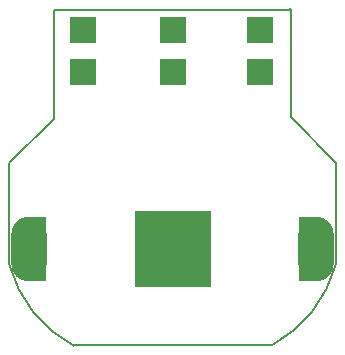
<source format=gts>
G04 #@! TF.FileFunction,Soldermask,Top*
%FSLAX46Y46*%
G04 Gerber Fmt 4.6, Leading zero omitted, Abs format (unit mm)*
G04 Created by KiCad (PCBNEW 4.0.7) date 10/21/21 16:27:33*
%MOMM*%
%LPD*%
G01*
G04 APERTURE LIST*
%ADD10C,0.100000*%
%ADD11C,0.150000*%
%ADD12R,2.200000X2.200000*%
%ADD13R,1.700000X5.480000*%
%ADD14O,3.000000X5.480000*%
%ADD15R,6.480000X6.480000*%
G04 APERTURE END LIST*
D10*
D11*
X145105000Y-84673000D02*
X145125000Y-84673000D01*
X145105000Y-93899000D02*
X145105000Y-84673000D01*
X165181000Y-84658000D02*
X165014000Y-84658000D01*
X165181000Y-93795000D02*
X165181000Y-84658000D01*
X165186000Y-91945000D02*
X165186000Y-84676000D01*
X141305000Y-106238000D02*
X141305000Y-97719000D01*
X168961000Y-106213000D02*
X168961000Y-97597000D01*
X163540000Y-113096000D02*
X146761000Y-113096000D01*
X141314928Y-106247107D02*
G75*
G03X146771000Y-113125000I10637072J2835107D01*
G01*
X163531957Y-113100843D02*
G75*
G03X168974000Y-106223000I-5187957J9696843D01*
G01*
X168935000Y-97566000D02*
X165164000Y-93795000D01*
X145085000Y-93919000D02*
X141326000Y-97678000D01*
X145096000Y-84665000D02*
X165106000Y-84665000D01*
D12*
X147523000Y-86418000D03*
X147523000Y-89969000D03*
X155150000Y-86414000D03*
X155150000Y-89984000D03*
X162550000Y-86425000D03*
X162550000Y-89981000D03*
D13*
X143622000Y-104935000D03*
X166670000Y-104922000D03*
D14*
X142979000Y-104922000D03*
D15*
X155143000Y-104927000D03*
D14*
X167325000Y-104911000D03*
M02*

</source>
